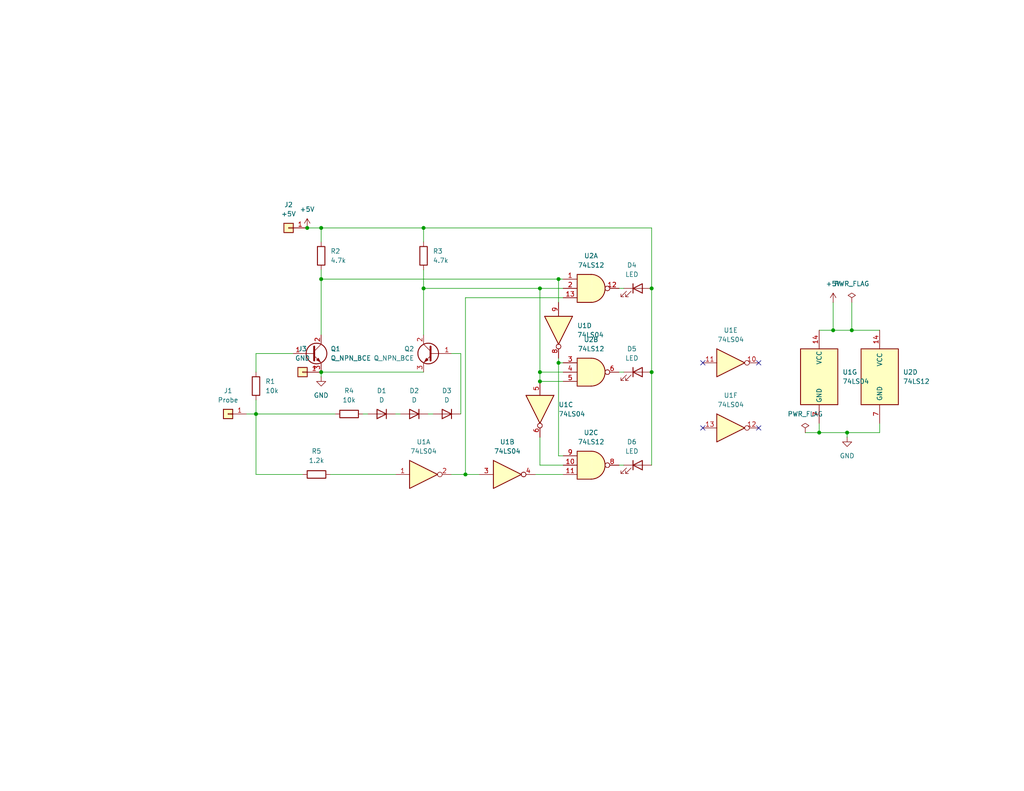
<source format=kicad_sch>
(kicad_sch (version 20250114) (generator "eeschema") (generator_version "9.0")
  (paper "USLetter")
  (title_block (title "Assignment: Logic Probe") (date "2025-06-27") (rev "1.0") (company "Chrys Sean T. Sevilla") (comment 1 "AS2 CpE 2303L-S25-001"))
  (lib_symbols
    (symbol "74xx:74LS04"
      (property "Reference" "U" (at 0 1.27 0))
      (property "Value" "74LS04" (at 0 -1.27 0))
      (symbol "74LS04_1_0"
        (polyline (pts (xy -3.81 3.81) (xy -3.81 -3.81) (xy 3.81 0) (xy -3.81 3.81)) (stroke (width 0.254)) (fill (type background)))
        (pin input line (at -7.62 0 0) (length 3.81) (name "~") (number "1"))
        (pin output inverted (at 7.62 0 180) (length 3.81) (name "~") (number "2"))
      )
      (symbol "74LS04_2_0"
        (polyline (pts (xy -3.81 3.81) (xy -3.81 -3.81) (xy 3.81 0) (xy -3.81 3.81)) (stroke (width 0.254)) (fill (type background)))
        (pin input line (at -7.62 0 0) (length 3.81) (name "~") (number "3"))
        (pin output inverted (at 7.62 0 180) (length 3.81) (name "~") (number "4"))
      )
      (symbol "74LS04_3_0"
        (polyline (pts (xy -3.81 3.81) (xy -3.81 -3.81) (xy 3.81 0) (xy -3.81 3.81)) (stroke (width 0.254)) (fill (type background)))
        (pin input line (at -7.62 0 0) (length 3.81) (name "~") (number "5"))
        (pin output inverted (at 7.62 0 180) (length 3.81) (name "~") (number "6"))
      )
      (symbol "74LS04_4_0"
        (polyline (pts (xy -3.81 3.81) (xy -3.81 -3.81) (xy 3.81 0) (xy -3.81 3.81)) (stroke (width 0.254)) (fill (type background)))
        (pin input line (at -7.62 0 0) (length 3.81) (name "~") (number "9"))
        (pin output inverted (at 7.62 0 180) (length 3.81) (name "~") (number "8"))
      )
      (symbol "74LS04_5_0"
        (polyline (pts (xy -3.81 3.81) (xy -3.81 -3.81) (xy 3.81 0) (xy -3.81 3.81)) (stroke (width 0.254)) (fill (type background)))
        (pin input line (at -7.62 0 0) (length 3.81) (name "~") (number "11"))
        (pin output inverted (at 7.62 0 180) (length 3.81) (name "~") (number "10"))
      )
      (symbol "74LS04_6_0"
        (polyline (pts (xy -3.81 3.81) (xy -3.81 -3.81) (xy 3.81 0) (xy -3.81 3.81)) (stroke (width 0.254)) (fill (type background)))
        (pin input line (at -7.62 0 0) (length 3.81) (name "~") (number "13"))
        (pin output inverted (at 7.62 0 180) (length 3.81) (name "~") (number "12"))
      )
      (symbol "74LS04_7_0"
        (pin power_in line (at 0 12.7 270) (length 5.08) (name "VCC") (number "14"))
        (pin power_in line (at 0 -12.7 90) (length 5.08) (name "GND") (number "7"))
      )
      (symbol "74LS04_7_1"
        (rectangle (start -5.08 7.62) (end 5.08 -7.62) (stroke (width 0.254)) (fill (type background)))
      )
    )
    (symbol "74xx:74LS12" (pin_names (offset 1.016))
      (property "Reference" "U" (at 0 1.27 0))
      (property "Value" "74LS12" (at 0 -1.27 0))
      (symbol "74LS12_1_1"
        (arc (start 0 3.81) (mid 3.7934 0) (end 0 -3.81) (stroke (width 0.254)) (fill (type background)))
        (polyline (pts (xy 0 3.81) (xy -3.81 3.81) (xy -3.81 -3.81) (xy 0 -3.81)) (stroke (width 0.254)) (fill (type background)))
        (pin input line (at -7.62 2.54 0) (length 3.81) (name "~") (number "1"))
        (pin input line (at -7.62 0 0) (length 3.81) (name "~") (number "2"))
        (pin input line (at -7.62 -2.54 0) (length 3.81) (name "~") (number "13"))
        (pin open_collector inverted (at 7.62 0 180) (length 3.81) (name "~") (number "12"))
      )
      (symbol "74LS12_1_2"
        (arc (start -3.81 3.81) (mid -2.589 0) (end -3.81 -3.81) (stroke (width 0.254)))
        (polyline (pts (xy -3.81 3.81) (xy -0.635 3.81)) (stroke (width 0.254)) (fill (type background)))
        (polyline (pts (xy -3.81 -3.81) (xy -0.635 -3.81)) (stroke (width 0.254)) (fill (type background)))
        (arc (start 3.81 0) (mid 2.1855 -2.584) (end -0.6096 -3.81) (stroke (width 0.254)) (fill (type background)))
        (arc (start -0.6096 3.81) (mid 2.1928 2.5924) (end 3.81 0) (stroke (width 0.254)) (fill (type background)))
        (polyline (pts (xy -0.635 3.81) (xy -3.81 3.81) (xy -3.81 3.81) (xy -3.556 3.4036) (xy -3.0226 2.2606) (xy -2.6924 1.0414) (xy -2.6162 -0.254) (xy -2.7686 -1.4986) (xy -3.175 -2.7178) (xy -3.81 -3.81) (xy -3.81 -3.81) (xy -0.635 -3.81)) (stroke (width -25.4)) (fill (type background)))
        (pin input inverted (at -7.62 2.54 0) (length 4.318) (name "~") (number "1"))
        (pin input inverted (at -7.62 0 0) (length 4.953) (name "~") (number "2"))
        (pin input inverted (at -7.62 -2.54 0) (length 4.318) (name "~") (number "13"))
        (pin open_collector line (at 7.62 0 180) (length 3.81) (name "~") (number "12"))
      )
      (symbol "74LS12_2_1"
        (arc (start 0 3.81) (mid 3.7934 0) (end 0 -3.81) (stroke (width 0.254)) (fill (type background)))
        (polyline (pts (xy 0 3.81) (xy -3.81 3.81) (xy -3.81 -3.81) (xy 0 -3.81)) (stroke (width 0.254)) (fill (type background)))
        (pin input line (at -7.62 2.54 0) (length 3.81) (name "~") (number "3"))
        (pin input line (at -7.62 0 0) (length 3.81) (name "~") (number "4"))
        (pin input line (at -7.62 -2.54 0) (length 3.81) (name "~") (number "5"))
        (pin open_collector inverted (at 7.62 0 180) (length 3.81) (name "~") (number "6"))
      )
      (symbol "74LS12_2_2"
        (arc (start -3.81 3.81) (mid -2.589 0) (end -3.81 -3.81) (stroke (width 0.254)))
        (polyline (pts (xy -3.81 3.81) (xy -0.635 3.81)) (stroke (width 0.254)) (fill (type background)))
        (polyline (pts (xy -3.81 -3.81) (xy -0.635 -3.81)) (stroke (width 0.254)) (fill (type background)))
        (arc (start 3.81 0) (mid 2.1855 -2.584) (end -0.6096 -3.81) (stroke (width 0.254)) (fill (type background)))
        (arc (start -0.6096 3.81) (mid 2.1928 2.5924) (end 3.81 0) (stroke (width 0.254)) (fill (type background)))
        (polyline (pts (xy -0.635 3.81) (xy -3.81 3.81) (xy -3.81 3.81) (xy -3.556 3.4036) (xy -3.0226 2.2606) (xy -2.6924 1.0414) (xy -2.6162 -0.254) (xy -2.7686 -1.4986) (xy -3.175 -2.7178) (xy -3.81 -3.81) (xy -3.81 -3.81) (xy -0.635 -3.81)) (stroke (width -25.4)) (fill (type background)))
        (pin input inverted (at -7.62 2.54 0) (length 4.318) (name "~") (number "3"))
        (pin input inverted (at -7.62 0 0) (length 4.953) (name "~") (number "4"))
        (pin input inverted (at -7.62 -2.54 0) (length 4.318) (name "~") (number "5"))
        (pin open_collector line (at 7.62 0 180) (length 3.81) (name "~") (number "6"))
      )
      (symbol "74LS12_3_1"
        (arc (start 0 3.81) (mid 3.7934 0) (end 0 -3.81) (stroke (width 0.254)) (fill (type background)))
        (polyline (pts (xy 0 3.81) (xy -3.81 3.81) (xy -3.81 -3.81) (xy 0 -3.81)) (stroke (width 0.254)) (fill (type background)))
        (pin input line (at -7.62 2.54 0) (length 3.81) (name "~") (number "9"))
        (pin input line (at -7.62 0 0) (length 3.81) (name "~") (number "10"))
        (pin input line (at -7.62 -2.54 0) (length 3.81) (name "~") (number "11"))
        (pin open_collector inverted (at 7.62 0 180) (length 3.81) (name "~") (number "8"))
      )
      (symbol "74LS12_3_2"
        (arc (start -3.81 3.81) (mid -2.589 0) (end -3.81 -3.81) (stroke (width 0.254)))
        (polyline (pts (xy -3.81 3.81) (xy -0.635 3.81)) (stroke (width 0.254)) (fill (type background)))
        (polyline (pts (xy -3.81 -3.81) (xy -0.635 -3.81)) (stroke (width 0.254)) (fill (type background)))
        (arc (start 3.81 0) (mid 2.1855 -2.584) (end -0.6096 -3.81) (stroke (width 0.254)) (fill (type background)))
        (arc (start -0.6096 3.81) (mid 2.1928 2.5924) (end 3.81 0) (stroke (width 0.254)) (fill (type background)))
        (polyline (pts (xy -0.635 3.81) (xy -3.81 3.81) (xy -3.81 3.81) (xy -3.556 3.4036) (xy -3.0226 2.2606) (xy -2.6924 1.0414) (xy -2.6162 -0.254) (xy -2.7686 -1.4986) (xy -3.175 -2.7178) (xy -3.81 -3.81) (xy -3.81 -3.81) (xy -0.635 -3.81)) (stroke (width -25.4)) (fill (type background)))
        (pin input inverted (at -7.62 2.54 0) (length 4.318) (name "~") (number "9"))
        (pin input inverted (at -7.62 0 0) (length 4.953) (name "~") (number "10"))
        (pin input inverted (at -7.62 -2.54 0) (length 4.318) (name "~") (number "11"))
        (pin open_collector line (at 7.62 0 180) (length 3.81) (name "~") (number "8"))
      )
      (symbol "74LS12_4_0"
        (pin power_in line (at 0 12.7 270) (length 5.08) (name "VCC") (number "14"))
        (pin power_in line (at 0 -12.7 90) (length 5.08) (name "GND") (number "7"))
      )
      (symbol "74LS12_4_1"
        (rectangle (start -5.08 7.62) (end 5.08 -7.62) (stroke (width 0.254)) (fill (type background)))
      )
    )
    (symbol "Connector_Generic:Conn_01x01" (pin_names (offset 1.016) (hide yes))
      (property "Reference" "J" (at 0 2.54 0))
      (property "Value" "Conn_01x01" (at 0 -2.54 0))
      (symbol "Conn_01x01_1_1"
        (rectangle (start -1.27 1.27) (end 1.27 -1.27) (stroke (width 0.254)) (fill (type background)))
        (rectangle (start -1.27 0.127) (end 0 -0.127) (stroke (width 0.1524)))
        (pin passive line (at -5.08 0 0) (length 3.81) (name "Pin_1") (number "1"))
      )
    )
    (symbol "Device:D" (pin_numbers (hide yes)) (pin_names (offset 1.016) (hide yes))
      (property "Reference" "D" (at 0 2.54 0))
      (property "Value" "D" (at 0 -2.54 0))
      (symbol "D_0_1"
        (polyline (pts (xy -1.27 1.27) (xy -1.27 -1.27)) (stroke (width 0.254)))
        (polyline (pts (xy 1.27 1.27) (xy 1.27 -1.27) (xy -1.27 0) (xy 1.27 1.27)) (stroke (width 0.254)))
        (polyline (pts (xy 1.27 0) (xy -1.27 0)))
      )
      (symbol "D_1_1"
        (pin passive line (at -3.81 0 0) (length 2.54) (name "K") (number "1"))
        (pin passive line (at 3.81 0 180) (length 2.54) (name "A") (number "2"))
      )
    )
    (symbol "Device:LED" (pin_numbers (hide yes)) (pin_names (offset 1.016) (hide yes))
      (property "Reference" "D" (at 0 2.54 0))
      (property "Value" "LED" (at 0 -2.54 0))
      (symbol "LED_0_1"
        (polyline (pts (xy -3.048 -0.762) (xy -4.572 -2.286) (xy -3.81 -2.286) (xy -4.572 -2.286) (xy -4.572 -1.524)))
        (polyline (pts (xy -1.778 -0.762) (xy -3.302 -2.286) (xy -2.54 -2.286) (xy -3.302 -2.286) (xy -3.302 -1.524)))
        (polyline (pts (xy -1.27 0) (xy 1.27 0)))
        (polyline (pts (xy -1.27 -1.27) (xy -1.27 1.27)) (stroke (width 0.254)))
        (polyline (pts (xy 1.27 -1.27) (xy 1.27 1.27) (xy -1.27 0) (xy 1.27 -1.27)) (stroke (width 0.254)))
      )
      (symbol "LED_1_1"
        (pin passive line (at -3.81 0 0) (length 2.54) (name "K") (number "1"))
        (pin passive line (at 3.81 0 180) (length 2.54) (name "A") (number "2"))
      )
    )
    (symbol "Device:R" (pin_numbers (hide yes)) (pin_names (offset 0))
      (property "Reference" "R" (at 2.032 0 90))
      (property "Value" "R" (at 0 0 90))
      (symbol "R_0_1"
        (rectangle (start -1.016 -2.54) (end 1.016 2.54) (stroke (width 0.254)))
      )
      (symbol "R_1_1"
        (pin passive line (at 0 3.81 270) (length 1.27) (name "~") (number "1"))
        (pin passive line (at 0 -3.81 90) (length 1.27) (name "~") (number "2"))
      )
    )
    (symbol "Transistor_BJT:Q_NPN_BCE" (pin_names (offset 0) (hide yes))
      (property "Reference" "Q" (at 5.08 1.27 0))
      (property "Value" "Q_NPN_BCE" (at 5.08 -1.27 0))
      (symbol "Q_NPN_BCE_0_1"
        (polyline (pts (xy -2.54 0) (xy 0.635 0)))
        (polyline (pts (xy 0.635 1.905) (xy 0.635 -1.905)) (stroke (width 0.508)))
        (circle (center 1.27 0) (radius 2.8194) (stroke (width 0.254)))
      )
      (symbol "Q_NPN_BCE_1_1"
        (polyline (pts (xy 0.635 0.635) (xy 2.54 2.54)))
        (polyline (pts (xy 0.635 -0.635) (xy 2.54 -2.54)))
        (polyline (pts (xy 1.27 -1.778) (xy 1.778 -1.27) (xy 2.286 -2.286) (xy 1.27 -1.778)) (fill (type outline)))
        (pin input line (at -5.08 0 0) (length 2.54) (name "B") (number "1"))
        (pin passive line (at 2.54 5.08 270) (length 2.54) (name "C") (number "2"))
        (pin passive line (at 2.54 -5.08 90) (length 2.54) (name "E") (number "3"))
      )
    )
    (symbol "power:+5V" (power) (pin_numbers (hide yes)) (pin_names (offset 0) (hide yes))
      (property "Value" "+5V" (at 0 3.556 0))
      (symbol "+5V_0_1"
        (polyline (pts (xy -0.762 1.27) (xy 0 2.54)))
        (polyline (pts (xy 0 2.54) (xy 0.762 1.27)))
        (polyline (pts (xy 0 0) (xy 0 2.54)))
      )
      (symbol "+5V_1_1"
        (pin power_in line (at 0 0 90) (length 0) (name "~") (number "1"))
      )
    )
    (symbol "power:GND" (power) (pin_numbers (hide yes)) (pin_names (offset 0) (hide yes))
      (property "Value" "GND" (at 0 -3.81 0))
      (symbol "GND_0_1"
        (polyline (pts (xy 0 0) (xy 0 -1.27) (xy 1.27 -1.27) (xy 0 -2.54) (xy -1.27 -1.27) (xy 0 -1.27)))
      )
      (symbol "GND_1_1"
        (pin power_in line (at 0 0 270) (length 0) (name "~") (number "1"))
      )
    )
    (symbol "power:PWR_FLAG" (power) (pin_numbers (hide yes)) (pin_names (offset 0) (hide yes))
      (property "Value" "PWR_FLAG" (at 0 3.81 0))
      (symbol "PWR_FLAG_0_0"
        (pin power_out line (at 0 0 90) (length 0) (name "~") (number "1"))
      )
      (symbol "PWR_FLAG_0_1"
        (polyline (pts (xy 0 0) (xy 0 1.27) (xy -1.016 1.905) (xy 0 2.54) (xy 1.016 1.905) (xy 0 1.27)))
      )
    )
  )
  (junction (at 152.4 76.2))
  (junction (at 177.8 101.6))
  (junction (at 231.14 118.11))
  (junction (at 115.57 62.23))
  (junction (at 87.63 101.6))
  (junction (at 232.41 90.17))
  (junction (at 147.32 78.74))
  (junction (at 227.33 90.17))
  (junction (at 223.52 118.11))
  (junction (at 87.63 76.2))
  (junction (at 83.82 62.23))
  (junction (at 127 129.54))
  (junction (at 177.8 78.74))
  (junction (at 152.4 99.06))
  (junction (at 69.85 113.03))
  (junction (at 87.63 62.23))
  (junction (at 147.32 104.14))
  (junction (at 147.32 101.6))
  (junction (at 115.57 78.74))
  (no_connect (at 207.01 99.06))
  (no_connect (at 191.77 116.84))
  (no_connect (at 207.01 116.84))
  (no_connect (at 191.77 99.06))
  (wire (pts (xy 125.73 96.52) (xy 125.73 113.03)))
  (wire (pts (xy 177.8 62.23) (xy 115.57 62.23)))
  (wire (pts (xy 231.14 118.11) (xy 240.03 118.11)))
  (wire (pts (xy 115.57 73.66) (xy 115.57 78.74)))
  (wire (pts (xy 127 81.28) (xy 153.67 81.28)))
  (wire (pts (xy 147.32 78.74) (xy 153.67 78.74)))
  (wire (pts (xy 115.57 78.74) (xy 115.57 91.44)))
  (wire (pts (xy 115.57 78.74) (xy 147.32 78.74)))
  (wire (pts (xy 87.63 76.2) (xy 87.63 91.44)))
  (wire (pts (xy 107.95 113.03) (xy 109.22 113.03)))
  (wire (pts (xy 83.82 62.23) (xy 87.63 62.23)))
  (wire (pts (xy 177.8 78.74) (xy 177.8 101.6)))
  (wire (pts (xy 147.32 101.6) (xy 147.32 104.14)))
  (wire (pts (xy 87.63 101.6) (xy 115.57 101.6)))
  (wire (pts (xy 227.33 90.17) (xy 232.41 90.17)))
  (wire (pts (xy 82.55 129.54) (xy 69.85 129.54)))
  (wire (pts (xy 115.57 66.04) (xy 115.57 62.23)))
  (wire (pts (xy 152.4 124.46) (xy 152.4 99.06)))
  (wire (pts (xy 67.31 113.03) (xy 69.85 113.03)))
  (wire (pts (xy 87.63 62.23) (xy 87.63 66.04)))
  (wire (pts (xy 232.41 90.17) (xy 240.03 90.17)))
  (wire (pts (xy 90.17 129.54) (xy 107.95 129.54)))
  (wire (pts (xy 152.4 76.2) (xy 152.4 82.55)))
  (wire (pts (xy 153.67 104.14) (xy 147.32 104.14)))
  (wire (pts (xy 240.03 118.11) (xy 240.03 115.57)))
  (wire (pts (xy 87.63 101.6) (xy 87.63 102.87)))
  (wire (pts (xy 146.05 129.54) (xy 153.67 129.54)))
  (wire (pts (xy 69.85 109.22) (xy 69.85 113.03)))
  (wire (pts (xy 87.63 76.2) (xy 152.4 76.2)))
  (wire (pts (xy 152.4 76.2) (xy 153.67 76.2)))
  (wire (pts (xy 223.52 118.11) (xy 231.14 118.11)))
  (wire (pts (xy 123.19 129.54) (xy 127 129.54)))
  (wire (pts (xy 219.71 118.11) (xy 223.52 118.11)))
  (wire (pts (xy 147.32 78.74) (xy 147.32 101.6)))
  (wire (pts (xy 91.44 113.03) (xy 69.85 113.03)))
  (wire (pts (xy 87.63 73.66) (xy 87.63 76.2)))
  (wire (pts (xy 147.32 119.38) (xy 147.32 127)))
  (wire (pts (xy 231.14 118.11) (xy 231.14 119.38)))
  (wire (pts (xy 227.33 90.17) (xy 223.52 90.17)))
  (wire (pts (xy 232.41 82.55) (xy 232.41 90.17)))
  (wire (pts (xy 168.91 127) (xy 170.18 127)))
  (wire (pts (xy 123.19 96.52) (xy 125.73 96.52)))
  (wire (pts (xy 127 129.54) (xy 130.81 129.54)))
  (wire (pts (xy 87.63 62.23) (xy 115.57 62.23)))
  (wire (pts (xy 168.91 78.74) (xy 170.18 78.74)))
  (wire (pts (xy 147.32 127) (xy 153.67 127)))
  (wire (pts (xy 177.8 101.6) (xy 177.8 127)))
  (wire (pts (xy 223.52 115.57) (xy 223.52 118.11)))
  (wire (pts (xy 177.8 78.74) (xy 177.8 62.23)))
  (wire (pts (xy 147.32 101.6) (xy 153.67 101.6)))
  (wire (pts (xy 127 129.54) (xy 127 81.28)))
  (wire (pts (xy 152.4 99.06) (xy 153.67 99.06)))
  (wire (pts (xy 69.85 101.6) (xy 69.85 96.52)))
  (wire (pts (xy 69.85 113.03) (xy 69.85 129.54)))
  (wire (pts (xy 69.85 96.52) (xy 80.01 96.52)))
  (wire (pts (xy 152.4 97.79) (xy 152.4 99.06)))
  (wire (pts (xy 227.33 82.55) (xy 227.33 90.17)))
  (wire (pts (xy 153.67 124.46) (xy 152.4 124.46)))
  (wire (pts (xy 99.06 113.03) (xy 100.33 113.03)))
  (wire (pts (xy 168.91 101.6) (xy 170.18 101.6)))
  (wire (pts (xy 116.84 113.03) (xy 118.11 113.03)))
  (symbol (lib_id "Device:R") (at 87.63 69.85 0) (unit 1)
    (property "Reference" "R2" (at 90.17 68.5799 0) (effects (justify left)))
    (property "Value" "4.7k" (at 90.17 71.1199 0) (effects (justify left)))
    (property "Footprint" "Resistor_THT:R_Axial_DIN0204_L3.6mm_D1.6mm_P5.08mm_Horizontal" (effects (hide yes)))
    (property "Description" "Resistor" (effects (hide yes)))
  )
  (symbol (lib_id "Transistor_BJT:Q_NPN_BCE") (at 85.09 96.52 0) (unit 1)
    (property "Reference" "Q1" (at 90.17 95.2499 0) (effects (justify left)))
    (property "Value" "Q_NPN_BCE" (at 90.17 97.7899 0) (effects (justify left)))
    (property "Footprint" "Package_TO_SOT_THT:TO-92" (effects (hide yes)))
    (property "Description" "NPN transistor, base/collector/emitter" (effects (hide yes)))
  )
  (symbol (lib_id "Device:D") (at 113.03 113.03 180) (unit 1)
    (property "Reference" "D2" (at 113.03 106.68 0))
    (property "Value" "D" (at 113.03 109.22 0))
    (property "Footprint" "Diode_THT:D_5W_P10.16mm_Horizontal" (effects (hide yes)))
    (property "Description" "Diode" (effects (hide yes)))
    (property "Sim.Device" "D" (effects (hide yes)))
    (property "Sim.Pins" "1=K 2=A" (effects (hide yes)))
  )
  (symbol (lib_id "Device:LED") (at 173.99 78.74 0) (unit 1)
    (property "Reference" "D4" (at 172.4025 72.39 0))
    (property "Value" "LED" (at 172.4025 74.93 0))
    (property "Footprint" "LED_THT:LED_D5.0mm" (effects (hide yes)))
    (property "Description" "Light emitting diode" (effects (hide yes)))
    (property "Sim.Pins" "1=K 2=A" (effects (hide yes)))
  )
  (symbol (lib_id "Connector_Generic:Conn_01x01") (at 82.55 101.6 180) (unit 1)
    (property "Reference" "J3" (at 82.55 95.25 0))
    (property "Value" "GND" (at 82.55 97.79 0))
    (property "Footprint" "Connector_PinSocket_2.54mm:PinSocket_1x01_P2.54mm_Vertical" (effects (hide yes)))
    (property "Description" "Generic connector, single row, 01x01, script generated (kicad-library-utils/schlib/autogen/connector/)" (effects (hide yes)))
  )
  (symbol (lib_id "Device:D") (at 104.14 113.03 180) (unit 1)
    (property "Reference" "D1" (at 104.14 106.68 0))
    (property "Value" "D" (at 104.14 109.22 0))
    (property "Footprint" "Diode_THT:D_5W_P10.16mm_Horizontal" (effects (hide yes)))
    (property "Description" "Diode" (effects (hide yes)))
    (property "Sim.Device" "D" (effects (hide yes)))
    (property "Sim.Pins" "1=K 2=A" (effects (hide yes)))
  )
  (symbol (lib_id "74xx:74LS12") (at 161.29 78.74 0) (unit 1)
    (property "Reference" "U2" (at 161.2817 69.85 0))
    (property "Value" "74LS12" (at 161.2817 72.39 0))
    (property "Footprint" "Package_DIP:DIP-14_W7.62mm" (effects (hide yes)))
    (property "Datasheet" "http://www.ti.com/lit/gpn/sn74LS12" (effects (hide yes)))
    (property "Description" "Triple 3-input NAND Open Collector" (effects (hide yes)))
  )
  (symbol (lib_id "Device:R") (at 115.57 69.85 0) (unit 1)
    (property "Reference" "R3" (at 118.11 68.5799 0) (effects (justify left)))
    (property "Value" "4.7k" (at 118.11 71.1199 0) (effects (justify left)))
    (property "Footprint" "Resistor_THT:R_Axial_DIN0204_L3.6mm_D1.6mm_P5.08mm_Horizontal" (effects (hide yes)))
    (property "Description" "Resistor" (effects (hide yes)))
  )
  (symbol (lib_id "power:+5V") (at 83.82 62.23 0) (unit 1)
    (property "Reference" "#PWR02" (effects (hide yes)))
    (property "Value" "+5V" (at 83.82 57.15 0))
    (property "Description" "Power symbol creates a global label with name \"+5V\"" (effects (hide yes)))
  )
  (symbol (lib_id "Device:R") (at 95.25 113.03 90) (unit 1)
    (property "Reference" "R4" (at 95.25 106.68 90))
    (property "Value" "10k" (at 95.25 109.22 90))
    (property "Footprint" "Resistor_THT:R_Axial_DIN0204_L3.6mm_D1.6mm_P5.08mm_Horizontal" (effects (hide yes)))
    (property "Description" "Resistor" (effects (hide yes)))
  )
  (symbol (lib_id "power:+5V") (at 227.33 82.55 0) (unit 1)
    (property "Reference" "#PWR03" (effects (hide yes)))
    (property "Value" "+5V" (at 227.33 77.47 0))
    (property "Description" "Power symbol creates a global label with name \"+5V\"" (effects (hide yes)))
  )
  (symbol (lib_id "power:GND") (at 231.14 119.38 0) (unit 1)
    (property "Reference" "#PWR04" (effects (hide yes)))
    (property "Value" "GND" (at 231.14 124.46 0))
    (property "Description" "Power symbol creates a global label with name \"GND\" , ground" (effects (hide yes)))
  )
  (symbol (lib_id "74xx:74LS12") (at 240.03 102.87 0) (unit 4)
    (property "Reference" "U2" (at 246.38 101.5999 0) (effects (justify left)))
    (property "Value" "74LS12" (at 246.38 104.1399 0) (effects (justify left)))
    (property "Footprint" "Package_DIP:DIP-14_W7.62mm" (effects (hide yes)))
    (property "Datasheet" "http://www.ti.com/lit/gpn/sn74LS12" (effects (hide yes)))
    (property "Description" "Triple 3-input NAND Open Collector" (effects (hide yes)))
  )
  (symbol (lib_id "Device:D") (at 121.92 113.03 180) (unit 1)
    (property "Reference" "D3" (at 121.92 106.68 0))
    (property "Value" "D" (at 121.92 109.22 0))
    (property "Footprint" "Diode_THT:D_5W_P10.16mm_Horizontal" (effects (hide yes)))
    (property "Description" "Diode" (effects (hide yes)))
    (property "Sim.Device" "D" (effects (hide yes)))
    (property "Sim.Pins" "1=K 2=A" (effects (hide yes)))
  )
  (symbol (lib_id "74xx:74LS04") (at 199.39 99.06 0) (unit 5)
    (property "Reference" "U1" (at 199.39 90.17 0))
    (property "Value" "74LS04" (at 199.39 92.71 0))
    (property "Footprint" "Package_DIP:DIP-14_W7.62mm" (effects (hide yes)))
    (property "Datasheet" "http://www.ti.com/lit/gpn/sn74LS04" (effects (hide yes)))
    (property "Description" "Hex Inverter" (effects (hide yes)))
  )
  (symbol (lib_id "74xx:74LS04") (at 152.4 90.17 270) (unit 4)
    (property "Reference" "U1" (at 157.48 88.8999 90) (effects (justify left)))
    (property "Value" "74LS04" (at 157.48 91.4399 90) (effects (justify left)))
    (property "Footprint" "Package_DIP:DIP-14_W7.62mm" (effects (hide yes)))
    (property "Datasheet" "http://www.ti.com/lit/gpn/sn74LS04" (effects (hide yes)))
    (property "Description" "Hex Inverter" (effects (hide yes)))
  )
  (symbol (lib_id "Device:LED") (at 173.99 127 0) (unit 1)
    (property "Reference" "D6" (at 172.4025 120.65 0))
    (property "Value" "LED" (at 172.4025 123.19 0))
    (property "Footprint" "LED_THT:LED_D5.0mm" (effects (hide yes)))
    (property "Description" "Light emitting diode" (effects (hide yes)))
    (property "Sim.Pins" "1=K 2=A" (effects (hide yes)))
  )
  (symbol (lib_id "74xx:74LS04") (at 223.52 102.87 0) (unit 7)
    (property "Reference" "U1" (at 229.87 101.5999 0) (effects (justify left)))
    (property "Value" "74LS04" (at 229.87 104.1399 0) (effects (justify left)))
    (property "Footprint" "Package_DIP:DIP-14_W7.62mm" (effects (hide yes)))
    (property "Datasheet" "http://www.ti.com/lit/gpn/sn74LS04" (effects (hide yes)))
    (property "Description" "Hex Inverter" (effects (hide yes)))
  )
  (symbol (lib_id "Device:R") (at 86.36 129.54 90) (unit 1)
    (property "Reference" "R5" (at 86.36 123.19 90))
    (property "Value" "1.2k" (at 86.36 125.73 90))
    (property "Footprint" "Resistor_THT:R_Axial_DIN0204_L3.6mm_D1.6mm_P5.08mm_Horizontal" (effects (hide yes)))
    (property "Description" "Resistor" (effects (hide yes)))
  )
  (symbol (lib_id "Device:LED") (at 173.99 101.6 0) (unit 1)
    (property "Reference" "D5" (at 172.4025 95.25 0))
    (property "Value" "LED" (at 172.4025 97.79 0))
    (property "Footprint" "LED_THT:LED_D5.0mm" (effects (hide yes)))
    (property "Description" "Light emitting diode" (effects (hide yes)))
    (property "Sim.Pins" "1=K 2=A" (effects (hide yes)))
  )
  (symbol (lib_id "74xx:74LS04") (at 199.39 116.84 0) (unit 6)
    (property "Reference" "U1" (at 199.39 107.95 0))
    (property "Value" "74LS04" (at 199.39 110.49 0))
    (property "Footprint" "Package_DIP:DIP-14_W7.62mm" (effects (hide yes)))
    (property "Datasheet" "http://www.ti.com/lit/gpn/sn74LS04" (effects (hide yes)))
    (property "Description" "Hex Inverter" (effects (hide yes)))
  )
  (symbol (lib_id "Transistor_BJT:Q_NPN_BCE") (at 118.11 96.52 0) (mirror y) (unit 1)
    (property "Reference" "Q2" (at 113.03 95.2499 0) (effects (justify left)))
    (property "Value" "Q_NPN_BCE" (at 113.03 97.7899 0) (effects (justify left)))
    (property "Footprint" "Package_TO_SOT_THT:TO-92" (effects (hide yes)))
    (property "Description" "NPN transistor, base/collector/emitter" (effects (hide yes)))
  )
  (symbol (lib_id "power:GND") (at 87.63 102.87 0) (unit 1)
    (property "Reference" "#PWR01" (effects (hide yes)))
    (property "Value" "GND" (at 87.63 107.95 0))
    (property "Description" "Power symbol creates a global label with name \"GND\" , ground" (effects (hide yes)))
  )
  (symbol (lib_id "power:PWR_FLAG") (at 232.41 82.55 0) (unit 1)
    (property "Reference" "#FLG02" (effects (hide yes)))
    (property "Value" "PWR_FLAG" (at 232.41 77.47 0))
    (property "Description" "Special symbol for telling ERC where power comes from" (effects (hide yes)))
  )
  (symbol (lib_id "74xx:74LS04") (at 147.32 111.76 270) (unit 3)
    (property "Reference" "U1" (at 152.4 110.4899 90) (effects (justify left)))
    (property "Value" "74LS04" (at 152.4 113.0299 90) (effects (justify left)))
    (property "Footprint" "Package_DIP:DIP-14_W7.62mm" (effects (hide yes)))
    (property "Datasheet" "http://www.ti.com/lit/gpn/sn74LS04" (effects (hide yes)))
    (property "Description" "Hex Inverter" (effects (hide yes)))
  )
  (symbol (lib_id "power:PWR_FLAG") (at 219.71 118.11 0) (unit 1)
    (property "Reference" "#FLG03" (effects (hide yes)))
    (property "Value" "PWR_FLAG" (at 219.71 113.03 0))
    (property "Description" "Special symbol for telling ERC where power comes from" (effects (hide yes)))
  )
  (symbol (lib_id "Connector_Generic:Conn_01x01") (at 78.74 62.23 180) (unit 1)
    (property "Reference" "J2" (at 78.74 55.88 0))
    (property "Value" "+5V" (at 78.74 58.42 0))
    (property "Footprint" "Connector_PinSocket_2.54mm:PinSocket_1x01_P2.54mm_Vertical" (effects (hide yes)))
    (property "Description" "Generic connector, single row, 01x01, script generated (kicad-library-utils/schlib/autogen/connector/)" (effects (hide yes)))
  )
  (symbol (lib_id "74xx:74LS04") (at 138.43 129.54 0) (unit 2)
    (property "Reference" "U1" (at 138.43 120.65 0))
    (property "Value" "74LS04" (at 138.43 123.19 0))
    (property "Footprint" "Package_DIP:DIP-14_W7.62mm" (effects (hide yes)))
    (property "Datasheet" "http://www.ti.com/lit/gpn/sn74LS04" (effects (hide yes)))
    (property "Description" "Hex Inverter" (effects (hide yes)))
  )
  (symbol (lib_id "74xx:74LS12") (at 161.29 127 0) (unit 3)
    (property "Reference" "U2" (at 161.2817 118.11 0))
    (property "Value" "74LS12" (at 161.2817 120.65 0))
    (property "Footprint" "Package_DIP:DIP-14_W7.62mm" (effects (hide yes)))
    (property "Datasheet" "http://www.ti.com/lit/gpn/sn74LS12" (effects (hide yes)))
    (property "Description" "Triple 3-input NAND Open Collector" (effects (hide yes)))
  )
  (symbol (lib_id "Device:R") (at 69.85 105.41 0) (unit 1)
    (property "Reference" "R1" (at 72.39 104.1399 0) (effects (justify left)))
    (property "Value" "10k" (at 72.39 106.6799 0) (effects (justify left)))
    (property "Footprint" "Resistor_THT:R_Axial_DIN0204_L3.6mm_D1.6mm_P5.08mm_Horizontal" (effects (hide yes)))
    (property "Description" "Resistor" (effects (hide yes)))
  )
  (symbol (lib_id "Connector_Generic:Conn_01x01") (at 62.23 113.03 180) (unit 1)
    (property "Reference" "J1" (at 62.23 106.68 0))
    (property "Value" "Probe" (at 62.23 109.22 0))
    (property "Footprint" "Connector_PinSocket_2.54mm:PinSocket_1x01_P2.54mm_Vertical" (effects (hide yes)))
    (property "Description" "Generic connector, single row, 01x01, script generated (kicad-library-utils/schlib/autogen/connector/)" (effects (hide yes)))
  )
  (symbol (lib_id "74xx:74LS04") (at 115.57 129.54 0) (unit 1)
    (property "Reference" "U1" (at 115.57 120.65 0))
    (property "Value" "74LS04" (at 115.57 123.19 0))
    (property "Footprint" "Package_DIP:DIP-14_W7.62mm" (effects (hide yes)))
    (property "Datasheet" "http://www.ti.com/lit/gpn/sn74LS04" (effects (hide yes)))
    (property "Description" "Hex Inverter" (effects (hide yes)))
  )
  (symbol (lib_id "74xx:74LS12") (at 161.29 101.6 0) (unit 2)
    (property "Reference" "U2" (at 161.2817 92.71 0))
    (property "Value" "74LS12" (at 161.2817 95.25 0))
    (property "Footprint" "Package_DIP:DIP-14_W7.62mm" (effects (hide yes)))
    (property "Datasheet" "http://www.ti.com/lit/gpn/sn74LS12" (effects (hide yes)))
    (property "Description" "Triple 3-input NAND Open Collector" (effects (hide yes)))
  )
)
</source>
